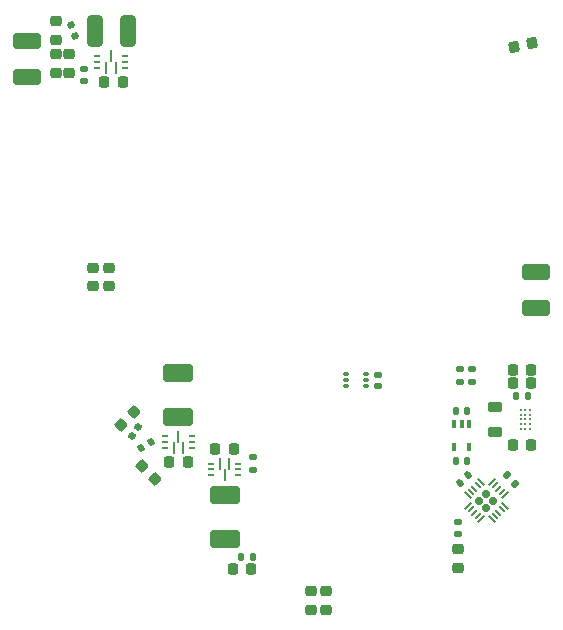
<source format=gbr>
%TF.GenerationSoftware,KiCad,Pcbnew,8.99.0-344-gfbc433deaa*%
%TF.CreationDate,2024-05-24T16:54:21-04:00*%
%TF.ProjectId,thundervolt_lite,7468756e-6465-4727-966f-6c745f6c6974,rev?*%
%TF.SameCoordinates,PX85b368ePY7384544*%
%TF.FileFunction,Paste,Top*%
%TF.FilePolarity,Positive*%
%FSLAX46Y46*%
G04 Gerber Fmt 4.6, Leading zero omitted, Abs format (unit mm)*
G04 Created by KiCad (PCBNEW 8.99.0-344-gfbc433deaa) date 2024-05-24 16:54:21*
%MOMM*%
%LPD*%
G01*
G04 APERTURE LIST*
G04 Aperture macros list*
%AMRoundRect*
0 Rectangle with rounded corners*
0 $1 Rounding radius*
0 $2 $3 $4 $5 $6 $7 $8 $9 X,Y pos of 4 corners*
0 Add a 4 corners polygon primitive as box body*
4,1,4,$2,$3,$4,$5,$6,$7,$8,$9,$2,$3,0*
0 Add four circle primitives for the rounded corners*
1,1,$1+$1,$2,$3*
1,1,$1+$1,$4,$5*
1,1,$1+$1,$6,$7*
1,1,$1+$1,$8,$9*
0 Add four rect primitives between the rounded corners*
20,1,$1+$1,$2,$3,$4,$5,0*
20,1,$1+$1,$4,$5,$6,$7,0*
20,1,$1+$1,$6,$7,$8,$9,0*
20,1,$1+$1,$8,$9,$2,$3,0*%
%AMFreePoly0*
4,1,14,0.334644,0.085355,0.385355,0.034644,0.400000,-0.000711,0.400000,-0.050000,0.385355,-0.085355,0.350000,-0.100000,-0.350000,-0.100000,-0.385355,-0.085355,-0.400000,-0.050000,-0.400000,0.050000,-0.385355,0.085355,-0.350000,0.100000,0.299289,0.100000,0.334644,0.085355,0.334644,0.085355,$1*%
%AMFreePoly1*
4,1,14,0.385355,0.085355,0.400000,0.050000,0.400000,0.000711,0.385355,-0.034644,0.334644,-0.085355,0.299289,-0.100000,-0.350000,-0.100000,-0.385355,-0.085355,-0.400000,-0.050000,-0.400000,0.050000,-0.385355,0.085355,-0.350000,0.100000,0.350000,0.100000,0.385355,0.085355,0.385355,0.085355,$1*%
%AMFreePoly2*
4,1,14,0.085355,0.385355,0.100000,0.350000,0.100000,-0.350000,0.085355,-0.385355,0.050000,-0.400000,-0.050000,-0.400000,-0.085355,-0.385355,-0.100000,-0.350000,-0.100000,0.299289,-0.085355,0.334644,-0.034644,0.385355,0.000711,0.400000,0.050000,0.400000,0.085355,0.385355,0.085355,0.385355,$1*%
%AMFreePoly3*
4,1,14,0.034644,0.385355,0.085355,0.334644,0.100000,0.299289,0.100000,-0.350000,0.085355,-0.385355,0.050000,-0.400000,-0.050000,-0.400000,-0.085355,-0.385355,-0.100000,-0.350000,-0.100000,0.350000,-0.085355,0.385355,-0.050000,0.400000,-0.000711,0.400000,0.034644,0.385355,0.034644,0.385355,$1*%
%AMFreePoly4*
4,1,14,0.385355,0.085355,0.400000,0.050000,0.400000,-0.050000,0.385355,-0.085355,0.350000,-0.100000,-0.299289,-0.100000,-0.334644,-0.085355,-0.385355,-0.034644,-0.400000,0.000711,-0.400000,0.050000,-0.385355,0.085355,-0.350000,0.100000,0.350000,0.100000,0.385355,0.085355,0.385355,0.085355,$1*%
%AMFreePoly5*
4,1,14,0.385355,0.085355,0.400000,0.050000,0.400000,-0.050000,0.385355,-0.085355,0.350000,-0.100000,-0.350000,-0.100000,-0.385355,-0.085355,-0.400000,-0.050000,-0.400000,-0.000711,-0.385355,0.034644,-0.334644,0.085355,-0.299289,0.100000,0.350000,0.100000,0.385355,0.085355,0.385355,0.085355,$1*%
%AMFreePoly6*
4,1,14,0.085355,0.385355,0.100000,0.350000,0.100000,-0.299289,0.085355,-0.334644,0.034644,-0.385355,-0.000711,-0.400000,-0.050000,-0.400000,-0.085355,-0.385355,-0.100000,-0.350000,-0.100000,0.350000,-0.085355,0.385355,-0.050000,0.400000,0.050000,0.400000,0.085355,0.385355,0.085355,0.385355,$1*%
%AMFreePoly7*
4,1,14,0.085355,0.385355,0.100000,0.350000,0.100000,-0.350000,0.085355,-0.385355,0.050000,-0.400000,0.000711,-0.400000,-0.034644,-0.385355,-0.085355,-0.334644,-0.100000,-0.299289,-0.100000,0.350000,-0.085355,0.385355,-0.050000,0.400000,0.050000,0.400000,0.085355,0.385355,0.085355,0.385355,$1*%
G04 Aperture macros list end*
%ADD10RoundRect,0.225000X0.178170X0.285273X-0.264994X0.207131X-0.178170X-0.285273X0.264994X-0.207131X0*%
%ADD11RoundRect,0.140000X-0.140000X-0.170000X0.140000X-0.170000X0.140000X0.170000X-0.140000X0.170000X0*%
%ADD12RoundRect,0.140000X0.207631X-0.073414X0.111865X0.189700X-0.207631X0.073414X-0.111865X-0.189700X0*%
%ADD13RoundRect,0.225000X0.225000X0.250000X-0.225000X0.250000X-0.225000X-0.250000X0.225000X-0.250000X0*%
%ADD14RoundRect,0.225000X0.250000X-0.225000X0.250000X0.225000X-0.250000X0.225000X-0.250000X-0.225000X0*%
%ADD15RoundRect,0.150000X-1.100000X0.600000X-1.100000X-0.600000X1.100000X-0.600000X1.100000X0.600000X0*%
%ADD16RoundRect,0.135000X-0.185000X0.135000X-0.185000X-0.135000X0.185000X-0.135000X0.185000X0.135000X0*%
%ADD17RoundRect,0.135000X0.226274X0.035355X0.035355X0.226274X-0.226274X-0.035355X-0.035355X-0.226274X0*%
%ADD18RoundRect,0.250000X0.925000X-0.412500X0.925000X0.412500X-0.925000X0.412500X-0.925000X-0.412500X0*%
%ADD19RoundRect,0.135000X0.185000X-0.135000X0.185000X0.135000X-0.185000X0.135000X-0.185000X-0.135000X0*%
%ADD20RoundRect,0.225000X0.335876X0.017678X0.017678X0.335876X-0.335876X-0.017678X-0.017678X-0.335876X0*%
%ADD21RoundRect,0.140000X0.021213X-0.219203X0.219203X-0.021213X-0.021213X0.219203X-0.219203X0.021213X0*%
%ADD22RoundRect,0.140000X0.140000X0.170000X-0.140000X0.170000X-0.140000X-0.170000X0.140000X-0.170000X0*%
%ADD23RoundRect,0.250000X-0.925000X0.412500X-0.925000X-0.412500X0.925000X-0.412500X0.925000X0.412500X0*%
%ADD24RoundRect,0.140000X-0.058955X0.212189X-0.219557X-0.017173X0.058955X-0.212189X0.219557X0.017173X0*%
%ADD25RoundRect,0.225000X-0.250000X0.225000X-0.250000X-0.225000X0.250000X-0.225000X0.250000X0.225000X0*%
%ADD26RoundRect,0.150000X1.100000X-0.600000X1.100000X0.600000X-1.100000X0.600000X-1.100000X-0.600000X0*%
%ADD27RoundRect,0.225000X-0.225000X-0.250000X0.225000X-0.250000X0.225000X0.250000X-0.225000X0.250000X0*%
%ADD28RoundRect,0.062500X-0.212500X0.062500X-0.212500X-0.062500X0.212500X-0.062500X0.212500X0.062500X0*%
%ADD29RoundRect,0.050000X-0.050000X-0.425000X0.050000X-0.425000X0.050000X0.425000X-0.050000X0.425000X0*%
%ADD30RoundRect,0.135000X0.024413X0.227715X-0.209413X0.092715X-0.024413X-0.227715X0.209413X-0.092715X0*%
%ADD31RoundRect,0.218750X0.256250X-0.218750X0.256250X0.218750X-0.256250X0.218750X-0.256250X-0.218750X0*%
%ADD32RoundRect,0.062500X0.212500X-0.062500X0.212500X0.062500X-0.212500X0.062500X-0.212500X-0.062500X0*%
%ADD33RoundRect,0.050000X0.050000X0.425000X-0.050000X0.425000X-0.050000X-0.425000X0.050000X-0.425000X0*%
%ADD34RoundRect,0.225000X-0.017678X0.335876X-0.335876X0.017678X0.017678X-0.335876X0.335876X-0.017678X0*%
%ADD35C,0.200000*%
%ADD36RoundRect,0.172500X-0.243952X0.000000X0.000000X-0.243952X0.243952X0.000000X0.000000X0.243952X0*%
%ADD37FreePoly0,315.000000*%
%ADD38RoundRect,0.050000X-0.282843X0.212132X0.212132X-0.282843X0.282843X-0.212132X-0.212132X0.282843X0*%
%ADD39FreePoly1,315.000000*%
%ADD40FreePoly2,315.000000*%
%ADD41RoundRect,0.050000X-0.282843X-0.212132X-0.212132X-0.282843X0.282843X0.212132X0.212132X0.282843X0*%
%ADD42FreePoly3,315.000000*%
%ADD43FreePoly4,315.000000*%
%ADD44FreePoly5,315.000000*%
%ADD45FreePoly6,315.000000*%
%ADD46FreePoly7,315.000000*%
%ADD47RoundRect,0.075000X0.162500X-0.075000X0.162500X0.075000X-0.162500X0.075000X-0.162500X-0.075000X0*%
%ADD48RoundRect,0.325000X0.325000X1.025000X-0.325000X1.025000X-0.325000X-1.025000X0.325000X-1.025000X0*%
%ADD49RoundRect,0.140000X0.170000X-0.140000X0.170000X0.140000X-0.170000X0.140000X-0.170000X-0.140000X0*%
%ADD50RoundRect,0.218750X0.381250X-0.218750X0.381250X0.218750X-0.381250X0.218750X-0.381250X-0.218750X0*%
%ADD51RoundRect,0.100000X-0.100000X0.225000X-0.100000X-0.225000X0.100000X-0.225000X0.100000X0.225000X0*%
G04 APERTURE END LIST*
D10*
%TO.C,C23*%
X23047991Y45611648D03*
X21521539Y45342494D03*
%TD*%
D11*
%TO.C,C8*%
X-1595668Y2141502D03*
X-635668Y2141502D03*
%TD*%
D12*
%TO.C,C17*%
X-15676320Y46264655D03*
X-16004660Y47166759D03*
%TD*%
D13*
%TO.C,C1*%
X-6140668Y10141502D03*
X-7690668Y10141502D03*
%TD*%
D14*
%TO.C,C11*%
X4284332Y-2333498D03*
X4284332Y-783498D03*
%TD*%
%TO.C,C10*%
X5584332Y-2333498D03*
X5584332Y-783498D03*
%TD*%
D15*
%TO.C,L2*%
X-3015668Y7391502D03*
X-3015668Y3691502D03*
%TD*%
D16*
%TO.C,R4*%
X16947510Y18005707D03*
X16947510Y16985707D03*
%TD*%
D17*
%TO.C,R7*%
X21608134Y8335083D03*
X20886886Y9056331D03*
%TD*%
D14*
%TO.C,C20*%
X-17315668Y45940707D03*
X-17315668Y47490707D03*
%TD*%
D18*
%TO.C,C189*%
X23347510Y26253207D03*
X23347510Y23178207D03*
%TD*%
D16*
%TO.C,R3*%
X-14915668Y43451502D03*
X-14915668Y42431502D03*
%TD*%
D19*
%TO.C,R6*%
X16747508Y4085707D03*
X16747512Y5105707D03*
%TD*%
D20*
%TO.C,C24*%
X-8867660Y8693494D03*
X-9963676Y9789510D03*
%TD*%
D21*
%TO.C,C25*%
X16908100Y8356296D03*
X17586920Y9035118D03*
%TD*%
D11*
%TO.C,C27*%
X16567510Y10295707D03*
X17527510Y10295707D03*
%TD*%
D14*
%TO.C,C4*%
X-12815668Y25066502D03*
X-12815668Y26616502D03*
%TD*%
D22*
%TO.C,C22*%
X17527510Y14495707D03*
X16567510Y14495707D03*
%TD*%
D23*
%TO.C,C5*%
X-19715668Y45853207D03*
X-19715668Y42778207D03*
%TD*%
D19*
%TO.C,R2*%
X-615668Y9531502D03*
X-615668Y10551502D03*
%TD*%
D24*
%TO.C,C2*%
X-10340351Y13134695D03*
X-10890985Y12348309D03*
%TD*%
D13*
%TO.C,C15*%
X22930510Y11584707D03*
X21380510Y11584707D03*
%TD*%
%TO.C,C16*%
X-11640668Y42341502D03*
X-13190668Y42341502D03*
%TD*%
D25*
%TO.C,C18*%
X-16215668Y44690707D03*
X-16215668Y43140707D03*
%TD*%
D26*
%TO.C,L1*%
X-6915668Y13991502D03*
X-6915668Y17691502D03*
%TD*%
D27*
%TO.C,C9*%
X-2290668Y1141502D03*
X-740668Y1141502D03*
%TD*%
D28*
%TO.C,U2*%
X-1840668Y10041502D03*
D29*
X-2615668Y10016502D03*
X-3415668Y10016502D03*
D28*
X-4190668Y10041502D03*
X-4190668Y9541502D03*
X-4190668Y9041502D03*
D29*
X-3015668Y9066502D03*
D28*
X-1840668Y9041502D03*
X-1840668Y9541502D03*
%TD*%
D30*
%TO.C,R1*%
X-9210817Y11850707D03*
X-10094163Y11340707D03*
%TD*%
D27*
%TO.C,C7*%
X-3790668Y11241502D03*
X-2240668Y11241502D03*
%TD*%
D31*
%TO.C,D1*%
X16747510Y1208207D03*
X16747510Y2783207D03*
%TD*%
D25*
%TO.C,C19*%
X-17315668Y44690707D03*
X-17315668Y43140707D03*
%TD*%
D32*
%TO.C,U1*%
X-8090668Y11341502D03*
D33*
X-7315668Y11366502D03*
X-6515668Y11366502D03*
D32*
X-5740668Y11341502D03*
X-5740668Y11841502D03*
X-5740668Y12341502D03*
D33*
X-6915668Y12316502D03*
D32*
X-8090668Y12341502D03*
X-8090668Y11841502D03*
%TD*%
D16*
%TO.C,R5*%
X17947510Y18005707D03*
X17947510Y16985707D03*
%TD*%
D22*
%TO.C,C14*%
X22635510Y15784707D03*
X21675510Y15784707D03*
%TD*%
D34*
%TO.C,C3*%
X-10667660Y14389510D03*
X-11763676Y13293494D03*
%TD*%
D35*
%TO.C,U4*%
X22855510Y12984707D03*
X22455510Y12984707D03*
X22055510Y12984707D03*
X22855510Y13384707D03*
X22455510Y13384707D03*
X22055510Y13384707D03*
X22855510Y13784707D03*
X22455510Y13784707D03*
X22055510Y13784707D03*
X22855510Y14184707D03*
X22455510Y14184707D03*
X22055510Y14184707D03*
X22855510Y14584707D03*
X22455510Y14584707D03*
X22055510Y14584707D03*
%TD*%
D32*
%TO.C,U3*%
X-13790668Y43541502D03*
D33*
X-13015668Y43566502D03*
X-12215668Y43566502D03*
D32*
X-11440668Y43541502D03*
X-11440668Y44041502D03*
X-11440668Y44541502D03*
D33*
X-12615668Y44516502D03*
D32*
X-13790668Y44541502D03*
X-13790668Y44041502D03*
%TD*%
D14*
%TO.C,C6*%
X-14115668Y25066502D03*
X-14115668Y26616502D03*
%TD*%
D36*
%TO.C,U5*%
X19147510Y7496748D03*
X18546469Y6895707D03*
X19748551Y6895707D03*
X19147510Y6294666D03*
D37*
X18687890Y8486697D03*
D38*
X18405048Y8203856D03*
X18122205Y7921010D03*
X17839362Y7638169D03*
D39*
X17556520Y7355326D03*
D40*
X17556520Y6436087D03*
D41*
X17839361Y6153245D03*
X18122207Y5870402D03*
X18405048Y5587559D03*
D42*
X18687891Y5304717D03*
D43*
X19607130Y5304717D03*
D38*
X19889972Y5587558D03*
X20172815Y5870404D03*
X20455658Y6153245D03*
D44*
X20738500Y6436088D03*
D45*
X20738500Y7355327D03*
D41*
X20455659Y7638169D03*
X20172813Y7921012D03*
X19889972Y8203855D03*
D46*
X19607129Y8486697D03*
%TD*%
D47*
%TO.C,U7*%
X7271510Y17595707D03*
X7271510Y17095707D03*
X7271510Y16595707D03*
X8947510Y16595707D03*
X8947510Y17095707D03*
X8947510Y17595707D03*
%TD*%
D13*
%TO.C,C12*%
X22930510Y16884707D03*
X21380510Y16884707D03*
%TD*%
D48*
%TO.C,L3*%
X-11215668Y46641502D03*
X-14015668Y46641502D03*
%TD*%
D49*
%TO.C,C26*%
X9959510Y16615707D03*
X9959510Y17575707D03*
%TD*%
D13*
%TO.C,C13*%
X22930510Y17984707D03*
X21380510Y17984707D03*
%TD*%
D50*
%TO.C,L4*%
X19882510Y12732207D03*
X19882510Y14857207D03*
%TD*%
D51*
%TO.C,U8*%
X17697510Y13345707D03*
X17047510Y13345707D03*
X16397510Y13345707D03*
X16397510Y11445707D03*
X17697510Y11445707D03*
%TD*%
M02*

</source>
